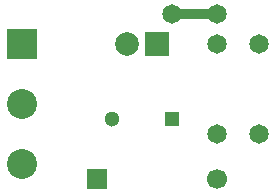
<source format=gbr>
G04 #@! TF.FileFunction,Copper,L1,Top,Signal*
%FSLAX46Y46*%
G04 Gerber Fmt 4.6, Leading zero omitted, Abs format (unit mm)*
G04 Created by KiCad (PCBNEW 4.0.0-1rc2.201511201506+6189~38~ubuntu15.10.1-stable) date lun 30 nov 2015 17:23:25 ART*
%MOMM*%
G01*
G04 APERTURE LIST*
%ADD10C,0.100000*%
%ADD11R,1.300000X1.300000*%
%ADD12C,1.300000*%
%ADD13R,2.000000X2.000000*%
%ADD14C,2.000000*%
%ADD15C,1.699260*%
%ADD16R,1.699260X1.699260*%
%ADD17R,2.540000X2.540000*%
%ADD18C,2.540000*%
%ADD19C,1.651000*%
%ADD20C,0.812800*%
G04 APERTURE END LIST*
D10*
D11*
X152019000Y-101092000D03*
D12*
X147019000Y-101092000D03*
D13*
X150749000Y-94742000D03*
D14*
X148209000Y-94742000D03*
D15*
X155829520Y-106169460D03*
D16*
X145669520Y-106169460D03*
D17*
X139319000Y-94742000D03*
D18*
X139319000Y-99822000D03*
X139319000Y-104902000D03*
D19*
X155829000Y-94742000D03*
X155829000Y-102362000D03*
X159385000Y-94742000D03*
X159385000Y-102362000D03*
X155829000Y-92202000D03*
X152019000Y-92202000D03*
D20*
X152019000Y-92202000D02*
X155829000Y-92202000D01*
M02*

</source>
